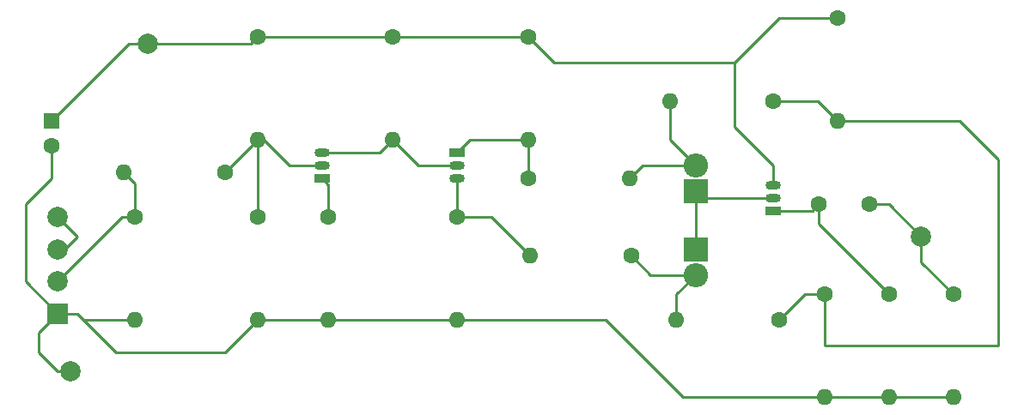
<source format=gbr>
G04 #@! TF.FileFunction,Copper,L1,Top,Signal*
%FSLAX46Y46*%
G04 Gerber Fmt 4.6, Leading zero omitted, Abs format (unit mm)*
G04 Created by KiCad (PCBNEW 4.0.7) date 03/20/19 22:06:33*
%MOMM*%
%LPD*%
G01*
G04 APERTURE LIST*
%ADD10C,0.100000*%
%ADD11C,1.600000*%
%ADD12O,1.600000X1.600000*%
%ADD13R,1.600000X1.600000*%
%ADD14R,2.400000X2.400000*%
%ADD15O,2.400000X2.400000*%
%ADD16O,1.500000X0.900000*%
%ADD17R,1.500000X0.900000*%
%ADD18R,1.998980X1.998980*%
%ADD19C,1.998980*%
%ADD20C,0.250000*%
G04 APERTURE END LIST*
D10*
D11*
X92075000Y-110490000D03*
D12*
X82075000Y-110490000D03*
D11*
X121920000Y-111125000D03*
D12*
X131920000Y-111125000D03*
D11*
X132080000Y-118745000D03*
D12*
X122080000Y-118745000D03*
D13*
X74930000Y-105410000D03*
D11*
X74930000Y-107910000D03*
X155575000Y-113665000D03*
X150575000Y-113665000D03*
D14*
X138430000Y-112395000D03*
D15*
X138430000Y-109855000D03*
D14*
X138430000Y-118110000D03*
D15*
X138430000Y-120650000D03*
D16*
X101600000Y-109855000D03*
X101600000Y-108585000D03*
D17*
X101600000Y-111125000D03*
D16*
X114935000Y-109855000D03*
X114935000Y-111125000D03*
D17*
X114935000Y-108585000D03*
D16*
X146050000Y-113030000D03*
X146050000Y-111760000D03*
D17*
X146050000Y-114300000D03*
D11*
X95250000Y-97155000D03*
D12*
X95250000Y-107315000D03*
D11*
X95250000Y-114935000D03*
D12*
X95250000Y-125095000D03*
D11*
X108585000Y-97155000D03*
D12*
X108585000Y-107315000D03*
D11*
X102235000Y-114935000D03*
D12*
X102235000Y-125095000D03*
D11*
X121920000Y-97155000D03*
D12*
X121920000Y-107315000D03*
D11*
X114935000Y-114935000D03*
D12*
X114935000Y-125095000D03*
D11*
X146050000Y-103505000D03*
D12*
X135890000Y-103505000D03*
D11*
X146685000Y-125095000D03*
D12*
X136525000Y-125095000D03*
D11*
X152400000Y-95250000D03*
D12*
X152400000Y-105410000D03*
D11*
X151130000Y-122555000D03*
D12*
X151130000Y-132715000D03*
D11*
X157480000Y-122555000D03*
D12*
X157480000Y-132715000D03*
D11*
X163830000Y-122555000D03*
D12*
X163830000Y-132715000D03*
D11*
X83185000Y-114935000D03*
D12*
X83185000Y-125095000D03*
D18*
X75565000Y-124460000D03*
D19*
X75565000Y-121285000D03*
X75565000Y-118110000D03*
X75565000Y-114935000D03*
X84455000Y-97790000D03*
X76835000Y-130175000D03*
X160655000Y-116840000D03*
D20*
X95250000Y-114935000D02*
X95250000Y-107315000D01*
X95250000Y-107315000D02*
X95885000Y-107315000D01*
X95885000Y-107315000D02*
X98425000Y-109855000D01*
X98425000Y-109855000D02*
X101600000Y-109855000D01*
X92075000Y-110490000D02*
X95250000Y-107315000D01*
X83185000Y-114935000D02*
X81915000Y-114935000D01*
X81915000Y-114935000D02*
X75565000Y-121285000D01*
X83185000Y-114935000D02*
X83185000Y-111600000D01*
X83185000Y-111600000D02*
X82075000Y-110490000D01*
X81915000Y-110650000D02*
X82075000Y-110490000D01*
X121920000Y-107315000D02*
X121920000Y-111125000D01*
X121920000Y-107315000D02*
X116205000Y-107315000D01*
X116205000Y-107315000D02*
X114935000Y-108585000D01*
X138430000Y-109855000D02*
X133190000Y-109855000D01*
X133190000Y-109855000D02*
X131920000Y-111125000D01*
X135890000Y-103505000D02*
X135890000Y-107315000D01*
X135890000Y-107315000D02*
X138430000Y-109855000D01*
X138430000Y-120650000D02*
X133985000Y-120650000D01*
X133985000Y-120650000D02*
X132080000Y-118745000D01*
X136525000Y-125095000D02*
X136525000Y-122555000D01*
X136525000Y-122555000D02*
X138430000Y-120650000D01*
X114935000Y-114935000D02*
X118270000Y-114935000D01*
X118270000Y-114935000D02*
X122080000Y-118745000D01*
X114935000Y-111125000D02*
X114935000Y-114935000D01*
X160655000Y-116840000D02*
X160655000Y-119380000D01*
X160655000Y-119380000D02*
X163830000Y-122555000D01*
X155575000Y-113665000D02*
X157480000Y-113665000D01*
X157480000Y-113665000D02*
X160655000Y-116840000D01*
X150575000Y-115650000D02*
X157480000Y-122555000D01*
X150575000Y-113665000D02*
X150575000Y-115650000D01*
X146050000Y-114300000D02*
X149940000Y-114300000D01*
X149940000Y-114300000D02*
X150575000Y-113665000D01*
X138430000Y-118110000D02*
X138430000Y-112395000D01*
X146050000Y-113030000D02*
X139065000Y-113030000D01*
X139065000Y-113030000D02*
X138430000Y-112395000D01*
X75565000Y-118110000D02*
X76200000Y-118110000D01*
X76200000Y-118110000D02*
X77470000Y-116840000D01*
X77470000Y-116840000D02*
X75565000Y-114935000D01*
X114935000Y-109855000D02*
X111125000Y-109855000D01*
X111125000Y-109855000D02*
X108585000Y-107315000D01*
X101600000Y-108585000D02*
X107315000Y-108585000D01*
X107315000Y-108585000D02*
X108585000Y-107315000D01*
X151130000Y-122555000D02*
X151130000Y-127635000D01*
X164465000Y-105410000D02*
X152400000Y-105410000D01*
X168275000Y-109220000D02*
X164465000Y-105410000D01*
X168275000Y-127635000D02*
X168275000Y-109220000D01*
X151130000Y-127635000D02*
X168275000Y-127635000D01*
X149225000Y-122555000D02*
X146685000Y-125095000D01*
X151130000Y-122555000D02*
X149225000Y-122555000D01*
X146050000Y-103505000D02*
X150495000Y-103505000D01*
X150495000Y-103505000D02*
X152400000Y-105410000D01*
X102235000Y-114935000D02*
X102235000Y-111760000D01*
X102235000Y-111760000D02*
X101600000Y-111125000D01*
X84455000Y-97790000D02*
X82550000Y-97790000D01*
X82550000Y-97790000D02*
X74930000Y-105410000D01*
X84455000Y-97790000D02*
X94615000Y-97790000D01*
X94615000Y-97790000D02*
X95250000Y-97155000D01*
X142240000Y-99695000D02*
X124460000Y-99695000D01*
X124460000Y-99695000D02*
X121920000Y-97155000D01*
X146050000Y-111760000D02*
X146050000Y-109855000D01*
X146685000Y-95250000D02*
X152400000Y-95250000D01*
X142240000Y-99695000D02*
X146685000Y-95250000D01*
X142240000Y-106045000D02*
X142240000Y-99695000D01*
X146050000Y-109855000D02*
X142240000Y-106045000D01*
X121920000Y-97155000D02*
X108585000Y-97155000D01*
X95250000Y-97155000D02*
X108585000Y-97155000D01*
X76835000Y-130175000D02*
X75565000Y-130175000D01*
X73660000Y-126365000D02*
X75565000Y-124460000D01*
X73660000Y-128270000D02*
X73660000Y-126365000D01*
X75565000Y-130175000D02*
X73660000Y-128270000D01*
X163830000Y-132715000D02*
X157480000Y-132715000D01*
X157480000Y-132715000D02*
X151130000Y-132715000D01*
X137160000Y-132715000D02*
X151130000Y-132715000D01*
X129540000Y-125095000D02*
X137160000Y-132715000D01*
X114935000Y-125095000D02*
X129540000Y-125095000D01*
X74930000Y-107910000D02*
X74930000Y-111125000D01*
X72390000Y-121285000D02*
X75565000Y-124460000D01*
X72390000Y-113665000D02*
X72390000Y-121285000D01*
X74930000Y-111125000D02*
X72390000Y-113665000D01*
X83185000Y-125095000D02*
X78105000Y-125095000D01*
X78105000Y-125095000D02*
X77470000Y-124460000D01*
X75565000Y-124460000D02*
X77470000Y-124460000D01*
X92075000Y-128270000D02*
X95250000Y-125095000D01*
X81280000Y-128270000D02*
X92075000Y-128270000D01*
X77470000Y-124460000D02*
X81280000Y-128270000D01*
X114935000Y-125095000D02*
X102235000Y-125095000D01*
X95250000Y-125095000D02*
X102235000Y-125095000D01*
M02*

</source>
